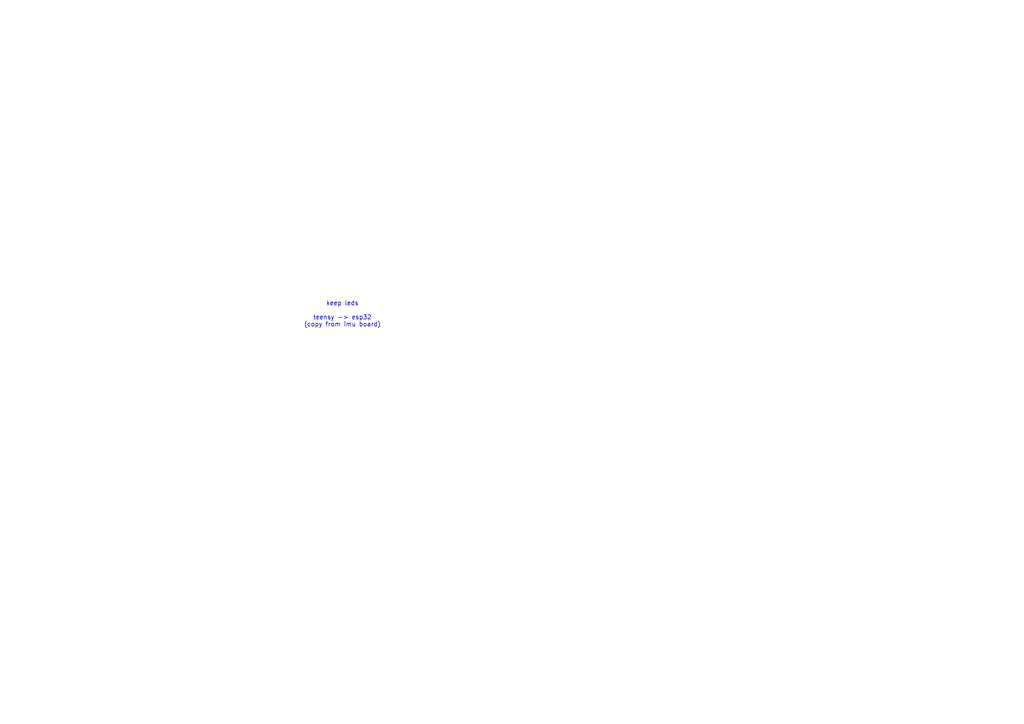
<source format=kicad_sch>
(kicad_sch
	(version 20231120)
	(generator "eeschema")
	(generator_version "8.0")
	(uuid "43df3238-bf2f-43a4-a5aa-a6021e1c2d45")
	(paper "A4")
	(lib_symbols)
	(text "keep leds\n\nteensy -> esp32\n(copy from imu board)\n\n"
		(exclude_from_sim no)
		(at 99.314 92.202 0)
		(effects
			(font
				(size 1.27 1.27)
			)
		)
		(uuid "28ef8e6c-23cf-413f-ae9c-e90294ec4e0f")
	)
)

</source>
